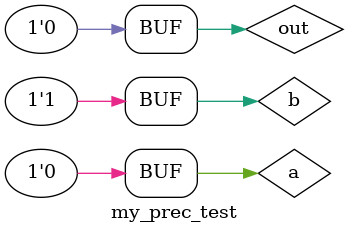
<source format=v>
`timescale 1ns / 1ps


module my_prec_test;

reg a, b, out;
initial begin
a = 1'b0;
b = 1'b0;
#30
a = 1'b1;
#30
b = 1'b1;
#30
a = 1'b0;
end
always @(a,b)
    begin
        out = a | b;
        out = a & b;
    end    // always
endmodule

</source>
